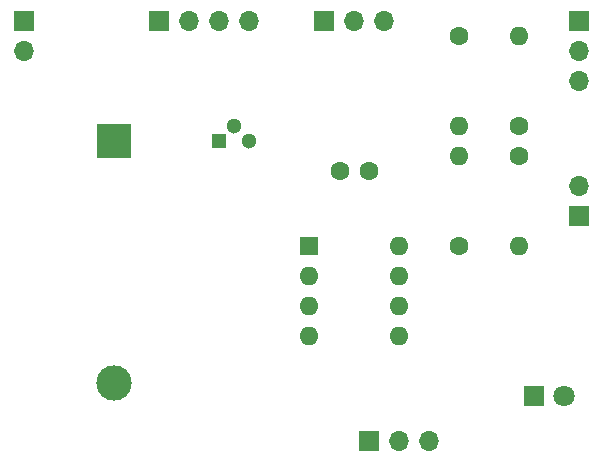
<source format=gbs>
G04 #@! TF.GenerationSoftware,KiCad,Pcbnew,5.1.9+dfsg1-1*
G04 #@! TF.CreationDate,2021-05-06T21:17:37+02:00*
G04 #@! TF.ProjectId,schema,73636865-6d61-42e6-9b69-6361645f7063,rev?*
G04 #@! TF.SameCoordinates,Original*
G04 #@! TF.FileFunction,Soldermask,Bot*
G04 #@! TF.FilePolarity,Negative*
%FSLAX46Y46*%
G04 Gerber Fmt 4.6, Leading zero omitted, Abs format (unit mm)*
G04 Created by KiCad (PCBNEW 5.1.9+dfsg1-1) date 2021-05-06 21:17:37*
%MOMM*%
%LPD*%
G01*
G04 APERTURE LIST*
%ADD10O,1.700000X1.700000*%
%ADD11R,1.700000X1.700000*%
%ADD12R,3.000000X3.000000*%
%ADD13C,3.000000*%
%ADD14C,1.600000*%
%ADD15O,1.600000X1.600000*%
%ADD16R,1.600000X1.600000*%
%ADD17R,1.300000X1.300000*%
%ADD18C,1.300000*%
%ADD19C,1.800000*%
%ADD20R,1.800000X1.800000*%
G04 APERTURE END LIST*
D10*
X149860000Y-146050000D03*
X147320000Y-146050000D03*
D11*
X144780000Y-146050000D03*
D12*
X123190000Y-120650000D03*
D13*
X123190000Y-141140000D03*
D14*
X142280000Y-123190000D03*
X144780000Y-123190000D03*
D10*
X115570000Y-113030000D03*
D11*
X115570000Y-110490000D03*
D15*
X147320000Y-129540000D03*
X139700000Y-137160000D03*
X147320000Y-132080000D03*
X139700000Y-134620000D03*
X147320000Y-134620000D03*
X139700000Y-132080000D03*
X147320000Y-137160000D03*
D16*
X139700000Y-129540000D03*
D15*
X157480000Y-111760000D03*
D14*
X157480000Y-119380000D03*
D15*
X152400000Y-121920000D03*
D14*
X152400000Y-129540000D03*
D15*
X157480000Y-129540000D03*
D14*
X157480000Y-121920000D03*
D15*
X152400000Y-119380000D03*
D14*
X152400000Y-111760000D03*
D17*
X132080000Y-120650000D03*
D18*
X134620000Y-120650000D03*
X133350000Y-119380000D03*
D10*
X162560000Y-124460000D03*
D11*
X162560000Y-127000000D03*
D10*
X146050000Y-110490000D03*
X143510000Y-110490000D03*
D11*
X140970000Y-110490000D03*
D10*
X162560000Y-115570000D03*
X162560000Y-113030000D03*
D11*
X162560000Y-110490000D03*
D10*
X134620000Y-110490000D03*
X132080000Y-110490000D03*
X129540000Y-110490000D03*
D11*
X127000000Y-110490000D03*
D19*
X161290000Y-142240000D03*
D20*
X158750000Y-142240000D03*
M02*

</source>
